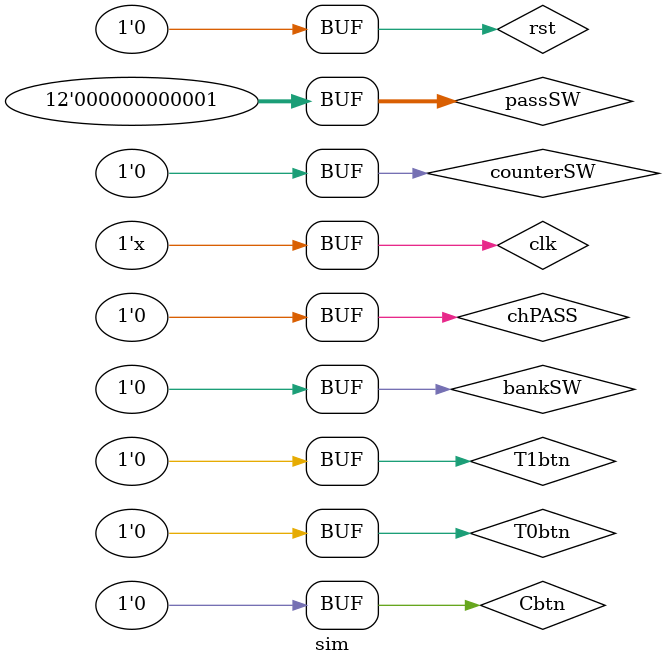
<source format=v>
`timescale 1ns / 1ps


module sim(
    );

        reg clk, rst, T1btn, T0btn, Cbtn, counterSW, bankSW, chPASS;
        wire bnkLED, t1LED, t0LED, Wait;
        reg [11:0] passSW;
        wire [4:0] ssd0, ssd1, ssd2, ssd3;
    bankSystem core(.ssd0(ssd0), .ssd1(ssd1), .ssd2(ssd2), .ssd3(ssd3), .passSW(passSW),
            .Teller1btn(T1btn), .Teller0btn(T0btn), .bankLed(bnkLED), .Teller1led(t1LED), .Teller0led(t0LED),
            .rst(rst), .clk(clk), .customerBTN(Cbtn),  .counterSW(counterSW), .bankSW(bankSW), .chPASS(chPASS), .Wait(Wait));

    always #5 clk = !clk; //posedge @ ...X5, negedge @...X0

    initial
        begin
            clk = 0;
            rst = 0;
            T1btn = 0;
            T0btn = 0;
            Cbtn = 0;
            counterSW = 0;
            bankSW = 0;
            chPASS = 0;
            passSW = 12'b0;
            #1 //1
            rst = 1;
            #5; //6
            rst = 0;
            #5; //11
            bankSW = 1;
            T0btn = 1;
            #5; //16
            T0btn = 0;
            #5; //21
            T1btn = 1;
            #5; //26
            T1btn = 0;
            bankSW = 0;
            #5 //31
            Cbtn = 1;
            #5 //36
            Cbtn = 0;
            #5 //41
            counterSW = 1;
            T1btn = 1;
            #5 //46
            counterSW = 0;
            T1btn = 0;
            #105 //151
            T1btn = 1;
            #5; //156
            T1btn = 0;
            #5 //161
            T1btn = 1;
            #5; //166
            T1btn = 0;
            #5 //171
            Cbtn = 1;
            #5 //176
            Cbtn = 0;
            #5 //181
            counterSW = 1;
            T0btn = 1;
            #5 //186
            counterSW = 0;
            T0btn = 0;
            #5 //191
            chPASS = 1;
            T0btn = 1;
            #10 //201
            passSW = 12'b1;
            T0btn = 0;
            #10 //211
            T0btn = 1;
            #5 //216
            chPASS = 0;
            T0btn = 0;
            #5 //221
            T0btn = 1;
            #5 //226
            T0btn = 0;
            #5 //231
            counterSW = 1;
            T1btn = 1;
            #10 //241
            passSW = 12'b0;
            #5 //246
            counterSW = 0;
            T1btn = 0;
            #35 //281
            bankSW = 1;
            #5 //286
            bankSW = 0;
            #5 //291
            Cbtn = 1;
            #5 //296
            Cbtn = 0;
            passSW = 12'b1;
            #95 //391
            bankSW = 1;
            T0btn = 1;
            #5 //396
            bankSW = 0;
            T0btn = 0;
            #5 //401
            T1btn = 1;
            #5 //406
            T1btn = 0;
            #5 //411
            T0btn = 1;
            #5 //416
            T0btn = 0;
            #5 //421
            counterSW = 1;
            T0btn = 1;
            #5 //426
            counterSW = 0;
            T0btn = 0;
            #5 //431
            bankSW = 1;
            passSW = 12'b0;
            T1btn = 1;
            #5 //436
            T1btn = 0;
            #5 //441
            T0btn = 1;
            passSW = 12'b1;
            #5 //446
            T0btn = 0;
            bankSW = 0;

        end

endmodule

</source>
